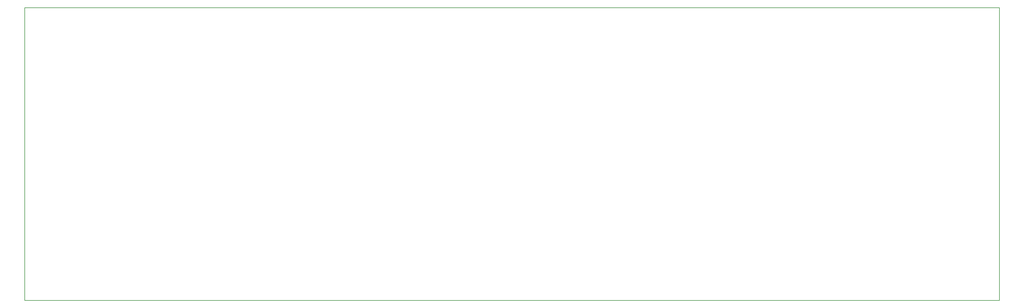
<source format=gko>
G04 Layer: BoardOutlineLayer*
G04 EasyEDA v6.5.34, 2023-10-09 21:03:28*
G04 d8b6119a72404543a3c1b132a341d26f,5a6b42c53f6a479593ecc07194224c93,10*
G04 Gerber Generator version 0.2*
G04 Scale: 100 percent, Rotated: No, Reflected: No *
G04 Dimensions in millimeters *
G04 leading zeros omitted , absolute positions ,4 integer and 5 decimal *
%FSLAX45Y45*%
%MOMM*%

%ADD10C,0.2540*%
D10*
X2032000Y13296900D02*
G01*
X46228000Y13296900D01*
X46227908Y0D01*
X2031994Y0D01*
X2032000Y13296900D01*

%LPD*%
M02*

</source>
